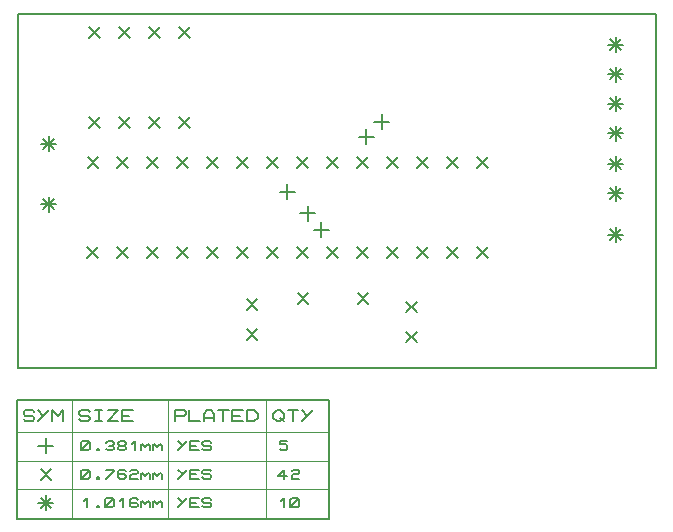
<source format=gbr>
G04 PROTEUS RS274X GERBER FILE*
%FSLAX45Y45*%
%MOMM*%
G01*
%ADD20C,0.203200*%
%ADD30C,0.127000*%
%ADD21C,0.063500*%
%TD.AperFunction*%
D20*
X-8910265Y+10368287D02*
X-8910265Y+10241287D01*
X-8973765Y+10304787D02*
X-8846765Y+10304787D01*
X-8734628Y+10185893D02*
X-8734628Y+10058893D01*
X-8798128Y+10122393D02*
X-8671128Y+10122393D01*
X-8623068Y+10046644D02*
X-8623068Y+9919644D01*
X-8686568Y+9983144D02*
X-8559568Y+9983144D01*
X-8242142Y+10834543D02*
X-8242142Y+10707543D01*
X-8305642Y+10771043D02*
X-8178642Y+10771043D01*
X-8108265Y+10960148D02*
X-8108265Y+10833148D01*
X-8171765Y+10896648D02*
X-8044765Y+10896648D01*
X-10602901Y+9832901D02*
X-10513099Y+9743099D01*
X-10602901Y+9743099D02*
X-10513099Y+9832901D01*
X-10348901Y+9832901D02*
X-10259099Y+9743099D01*
X-10348901Y+9743099D02*
X-10259099Y+9832901D01*
X-10094901Y+9832901D02*
X-10005099Y+9743099D01*
X-10094901Y+9743099D02*
X-10005099Y+9832901D01*
X-9840901Y+9832901D02*
X-9751099Y+9743099D01*
X-9840901Y+9743099D02*
X-9751099Y+9832901D01*
X-9586901Y+9832901D02*
X-9497099Y+9743099D01*
X-9586901Y+9743099D02*
X-9497099Y+9832901D01*
X-9332901Y+9832901D02*
X-9243099Y+9743099D01*
X-9332901Y+9743099D02*
X-9243099Y+9832901D01*
X-9078901Y+9832901D02*
X-8989099Y+9743099D01*
X-9078901Y+9743099D02*
X-8989099Y+9832901D01*
X-8824901Y+9832901D02*
X-8735099Y+9743099D01*
X-8824901Y+9743099D02*
X-8735099Y+9832901D01*
X-8570901Y+9832901D02*
X-8481099Y+9743099D01*
X-8570901Y+9743099D02*
X-8481099Y+9832901D01*
X-8316901Y+9832901D02*
X-8227099Y+9743099D01*
X-8316901Y+9743099D02*
X-8227099Y+9832901D01*
X-8062901Y+9832901D02*
X-7973099Y+9743099D01*
X-8062901Y+9743099D02*
X-7973099Y+9832901D01*
X-7808901Y+9832901D02*
X-7719099Y+9743099D01*
X-7808901Y+9743099D02*
X-7719099Y+9832901D01*
X-7554901Y+9832901D02*
X-7465099Y+9743099D01*
X-7554901Y+9743099D02*
X-7465099Y+9832901D01*
X-7300901Y+9832901D02*
X-7211099Y+9743099D01*
X-7300901Y+9743099D02*
X-7211099Y+9832901D01*
X-7300901Y+10594901D02*
X-7211099Y+10505099D01*
X-7300901Y+10505099D02*
X-7211099Y+10594901D01*
X-7554901Y+10594901D02*
X-7465099Y+10505099D01*
X-7554901Y+10505099D02*
X-7465099Y+10594901D01*
X-7808901Y+10594901D02*
X-7719099Y+10505099D01*
X-7808901Y+10505099D02*
X-7719099Y+10594901D01*
X-8062901Y+10594901D02*
X-7973099Y+10505099D01*
X-8062901Y+10505099D02*
X-7973099Y+10594901D01*
X-8316901Y+10594901D02*
X-8227099Y+10505099D01*
X-8316901Y+10505099D02*
X-8227099Y+10594901D01*
X-8570901Y+10594901D02*
X-8481099Y+10505099D01*
X-8570901Y+10505099D02*
X-8481099Y+10594901D01*
X-8824901Y+10594901D02*
X-8735099Y+10505099D01*
X-8824901Y+10505099D02*
X-8735099Y+10594901D01*
X-9078901Y+10594901D02*
X-8989099Y+10505099D01*
X-9078901Y+10505099D02*
X-8989099Y+10594901D01*
X-9332901Y+10594901D02*
X-9243099Y+10505099D01*
X-9332901Y+10505099D02*
X-9243099Y+10594901D01*
X-9586901Y+10594901D02*
X-9497099Y+10505099D01*
X-9586901Y+10505099D02*
X-9497099Y+10594901D01*
X-9840901Y+10594901D02*
X-9751099Y+10505099D01*
X-9840901Y+10505099D02*
X-9751099Y+10594901D01*
X-10094901Y+10594901D02*
X-10005099Y+10505099D01*
X-10094901Y+10505099D02*
X-10005099Y+10594901D01*
X-10348901Y+10594901D02*
X-10259099Y+10505099D01*
X-10348901Y+10505099D02*
X-10259099Y+10594901D01*
X-10600901Y+10594901D02*
X-10511099Y+10505099D01*
X-10600901Y+10505099D02*
X-10511099Y+10594901D01*
X-10584901Y+10934901D02*
X-10495099Y+10845099D01*
X-10584901Y+10845099D02*
X-10495099Y+10934901D01*
X-10330901Y+10934901D02*
X-10241099Y+10845099D01*
X-10330901Y+10845099D02*
X-10241099Y+10934901D01*
X-10076901Y+10934901D02*
X-9987099Y+10845099D01*
X-10076901Y+10845099D02*
X-9987099Y+10934901D01*
X-9822901Y+10934901D02*
X-9733099Y+10845099D01*
X-9822901Y+10845099D02*
X-9733099Y+10934901D01*
X-9822901Y+11696901D02*
X-9733099Y+11607099D01*
X-9822901Y+11607099D02*
X-9733099Y+11696901D01*
X-10076901Y+11696901D02*
X-9987099Y+11607099D01*
X-10076901Y+11607099D02*
X-9987099Y+11696901D01*
X-10330901Y+11696901D02*
X-10241099Y+11607099D01*
X-10330901Y+11607099D02*
X-10241099Y+11696901D01*
X-10584901Y+11696901D02*
X-10495099Y+11607099D01*
X-10584901Y+11607099D02*
X-10495099Y+11696901D01*
X-6130000Y+10353500D02*
X-6130000Y+10226500D01*
X-6193500Y+10290000D02*
X-6066500Y+10290000D01*
X-6174901Y+10334901D02*
X-6085099Y+10245099D01*
X-6174901Y+10245099D02*
X-6085099Y+10334901D01*
X-6130000Y+10603500D02*
X-6130000Y+10476500D01*
X-6193500Y+10540000D02*
X-6066500Y+10540000D01*
X-6174901Y+10584901D02*
X-6085099Y+10495099D01*
X-6174901Y+10495099D02*
X-6085099Y+10584901D01*
X-6130000Y+10863500D02*
X-6130000Y+10736500D01*
X-6193500Y+10800000D02*
X-6066500Y+10800000D01*
X-6174901Y+10844901D02*
X-6085099Y+10755099D01*
X-6174901Y+10755099D02*
X-6085099Y+10844901D01*
X-6130000Y+11113500D02*
X-6130000Y+10986500D01*
X-6193500Y+11050000D02*
X-6066500Y+11050000D01*
X-6174901Y+11094901D02*
X-6085099Y+11005099D01*
X-6174901Y+11005099D02*
X-6085099Y+11094901D01*
X-10930000Y+10263500D02*
X-10930000Y+10136500D01*
X-10993500Y+10200000D02*
X-10866500Y+10200000D01*
X-10974901Y+10244901D02*
X-10885099Y+10155099D01*
X-10974901Y+10155099D02*
X-10885099Y+10244901D01*
X-10930000Y+10773500D02*
X-10930000Y+10646500D01*
X-10993500Y+10710000D02*
X-10866500Y+10710000D01*
X-10974901Y+10754901D02*
X-10885099Y+10665099D01*
X-10974901Y+10665099D02*
X-10885099Y+10754901D01*
X-6130000Y+11363500D02*
X-6130000Y+11236500D01*
X-6193500Y+11300000D02*
X-6066500Y+11300000D01*
X-6174901Y+11344901D02*
X-6085099Y+11255099D01*
X-6174901Y+11255099D02*
X-6085099Y+11344901D01*
X-6130000Y+11613500D02*
X-6130000Y+11486500D01*
X-6193500Y+11550000D02*
X-6066500Y+11550000D01*
X-6174901Y+11594901D02*
X-6085099Y+11505099D01*
X-6174901Y+11505099D02*
X-6085099Y+11594901D01*
X-6130000Y+10003500D02*
X-6130000Y+9876500D01*
X-6193500Y+9940000D02*
X-6066500Y+9940000D01*
X-6174901Y+9984901D02*
X-6085099Y+9895099D01*
X-6174901Y+9895099D02*
X-6085099Y+9984901D01*
X-6130000Y+10353500D02*
X-6130000Y+10226500D01*
X-6193500Y+10290000D02*
X-6066500Y+10290000D01*
X-6174901Y+10334901D02*
X-6085099Y+10245099D01*
X-6174901Y+10245099D02*
X-6085099Y+10334901D01*
X-8314901Y+9444901D02*
X-8225099Y+9355099D01*
X-8314901Y+9355099D02*
X-8225099Y+9444901D01*
X-8822901Y+9444901D02*
X-8733099Y+9355099D01*
X-8822901Y+9355099D02*
X-8733099Y+9444901D01*
X-7904901Y+9120901D02*
X-7815099Y+9031099D01*
X-7904901Y+9031099D02*
X-7815099Y+9120901D01*
X-7904901Y+9374901D02*
X-7815099Y+9285099D01*
X-7904901Y+9285099D02*
X-7815099Y+9374901D01*
X-9254901Y+9140901D02*
X-9165099Y+9051099D01*
X-9254901Y+9051099D02*
X-9165099Y+9140901D01*
X-9254901Y+9394901D02*
X-9165099Y+9305099D01*
X-9254901Y+9305099D02*
X-9165099Y+9394901D01*
X-11190000Y+8810000D02*
X-5790000Y+8810000D01*
X-5790000Y+11810000D01*
X-11190000Y+11810000D01*
X-11190000Y+8810000D01*
D30*
X-11200160Y+7536986D02*
X-8556020Y+7536986D01*
X-8556020Y+8540286D01*
X-11200160Y+8540286D01*
X-11200160Y+7536986D01*
D21*
X-10732798Y+8540286D02*
X-10732798Y+7536986D01*
X-9919998Y+8540286D02*
X-9919998Y+7536986D01*
X-9086878Y+8540286D02*
X-9086878Y+7536986D01*
X-11200160Y+8267236D02*
X-8556020Y+8267236D01*
X-11200160Y+8025936D02*
X-8556020Y+8025936D01*
X-11200160Y+7784636D02*
X-8556020Y+7784636D01*
D30*
X-11143010Y+8376456D02*
X-11127770Y+8361216D01*
X-11066810Y+8361216D01*
X-11051570Y+8376456D01*
X-11051570Y+8391696D01*
X-11066810Y+8406936D01*
X-11127770Y+8406936D01*
X-11143010Y+8422176D01*
X-11143010Y+8437416D01*
X-11127770Y+8452656D01*
X-11066810Y+8452656D01*
X-11051570Y+8437416D01*
X-10929650Y+8452656D02*
X-11021090Y+8361216D01*
X-11021090Y+8452656D02*
X-10975370Y+8406936D01*
X-10899170Y+8361216D02*
X-10899170Y+8452656D01*
X-10853450Y+8406936D01*
X-10807730Y+8452656D01*
X-10807730Y+8361216D01*
X-10675650Y+8376456D02*
X-10660410Y+8361216D01*
X-10599450Y+8361216D01*
X-10584210Y+8376456D01*
X-10584210Y+8391696D01*
X-10599450Y+8406936D01*
X-10660410Y+8406936D01*
X-10675650Y+8422176D01*
X-10675650Y+8437416D01*
X-10660410Y+8452656D01*
X-10599450Y+8452656D01*
X-10584210Y+8437416D01*
X-10538490Y+8452656D02*
X-10477530Y+8452656D01*
X-10508010Y+8452656D02*
X-10508010Y+8361216D01*
X-10538490Y+8361216D02*
X-10477530Y+8361216D01*
X-10431810Y+8452656D02*
X-10340370Y+8452656D01*
X-10431810Y+8361216D01*
X-10340370Y+8361216D01*
X-10218450Y+8361216D02*
X-10309890Y+8361216D01*
X-10309890Y+8452656D01*
X-10218450Y+8452656D01*
X-10309890Y+8406936D02*
X-10248930Y+8406936D01*
X-9862850Y+8361216D02*
X-9862850Y+8452656D01*
X-9786650Y+8452656D01*
X-9771410Y+8437416D01*
X-9771410Y+8422176D01*
X-9786650Y+8406936D01*
X-9862850Y+8406936D01*
X-9740930Y+8452656D02*
X-9740930Y+8361216D01*
X-9649490Y+8361216D01*
X-9619010Y+8361216D02*
X-9619010Y+8422176D01*
X-9588530Y+8452656D01*
X-9558050Y+8452656D01*
X-9527570Y+8422176D01*
X-9527570Y+8361216D01*
X-9619010Y+8391696D02*
X-9527570Y+8391696D01*
X-9497090Y+8452656D02*
X-9405650Y+8452656D01*
X-9451370Y+8452656D02*
X-9451370Y+8361216D01*
X-9283730Y+8361216D02*
X-9375170Y+8361216D01*
X-9375170Y+8452656D01*
X-9283730Y+8452656D01*
X-9375170Y+8406936D02*
X-9314210Y+8406936D01*
X-9253250Y+8361216D02*
X-9253250Y+8452656D01*
X-9192290Y+8452656D01*
X-9161810Y+8422176D01*
X-9161810Y+8391696D01*
X-9192290Y+8361216D01*
X-9253250Y+8361216D01*
X-9029730Y+8422176D02*
X-8999250Y+8452656D01*
X-8968770Y+8452656D01*
X-8938290Y+8422176D01*
X-8938290Y+8391696D01*
X-8968770Y+8361216D01*
X-8999250Y+8361216D01*
X-9029730Y+8391696D01*
X-9029730Y+8422176D01*
X-8968770Y+8391696D02*
X-8938290Y+8361216D01*
X-8907810Y+8452656D02*
X-8816370Y+8452656D01*
X-8862090Y+8452656D02*
X-8862090Y+8361216D01*
X-8694450Y+8452656D02*
X-8785890Y+8361216D01*
X-8785890Y+8452656D02*
X-8740170Y+8406936D01*
D20*
X-10953780Y+8216436D02*
X-10953780Y+8089436D01*
X-11017280Y+8152936D02*
X-10890280Y+8152936D01*
D30*
X-10656600Y+8127536D02*
X-10656600Y+8178336D01*
X-10643900Y+8191036D01*
X-10593100Y+8191036D01*
X-10580400Y+8178336D01*
X-10580400Y+8127536D01*
X-10593100Y+8114836D01*
X-10643900Y+8114836D01*
X-10656600Y+8127536D01*
X-10656600Y+8114836D02*
X-10580400Y+8191036D01*
X-10516900Y+8127536D02*
X-10504200Y+8127536D01*
X-10504200Y+8114836D01*
X-10516900Y+8114836D01*
X-10516900Y+8127536D01*
X-10440700Y+8178336D02*
X-10428000Y+8191036D01*
X-10389900Y+8191036D01*
X-10377200Y+8178336D01*
X-10377200Y+8165636D01*
X-10389900Y+8152936D01*
X-10377200Y+8140236D01*
X-10377200Y+8127536D01*
X-10389900Y+8114836D01*
X-10428000Y+8114836D01*
X-10440700Y+8127536D01*
X-10415300Y+8152936D02*
X-10389900Y+8152936D01*
X-10326400Y+8152936D02*
X-10339100Y+8165636D01*
X-10339100Y+8178336D01*
X-10326400Y+8191036D01*
X-10288300Y+8191036D01*
X-10275600Y+8178336D01*
X-10275600Y+8165636D01*
X-10288300Y+8152936D01*
X-10326400Y+8152936D01*
X-10339100Y+8140236D01*
X-10339100Y+8127536D01*
X-10326400Y+8114836D01*
X-10288300Y+8114836D01*
X-10275600Y+8127536D01*
X-10275600Y+8140236D01*
X-10288300Y+8152936D01*
X-10224800Y+8165636D02*
X-10199400Y+8191036D01*
X-10199400Y+8114836D01*
X-10148600Y+8114836D02*
X-10148600Y+8165636D01*
X-10148600Y+8152936D02*
X-10135900Y+8165636D01*
X-10110500Y+8140236D01*
X-10085100Y+8165636D01*
X-10072400Y+8152936D01*
X-10072400Y+8114836D01*
X-10047000Y+8114836D02*
X-10047000Y+8165636D01*
X-10047000Y+8152936D02*
X-10034300Y+8165636D01*
X-10008900Y+8140236D01*
X-9983500Y+8165636D01*
X-9970800Y+8152936D01*
X-9970800Y+8114836D01*
X-9754900Y+8191036D02*
X-9831100Y+8114836D01*
X-9831100Y+8191036D02*
X-9793000Y+8152936D01*
X-9653300Y+8114836D02*
X-9729500Y+8114836D01*
X-9729500Y+8191036D01*
X-9653300Y+8191036D01*
X-9729500Y+8152936D02*
X-9678700Y+8152936D01*
X-9627900Y+8127536D02*
X-9615200Y+8114836D01*
X-9564400Y+8114836D01*
X-9551700Y+8127536D01*
X-9551700Y+8140236D01*
X-9564400Y+8152936D01*
X-9615200Y+8152936D01*
X-9627900Y+8165636D01*
X-9627900Y+8178336D01*
X-9615200Y+8191036D01*
X-9564400Y+8191036D01*
X-9551700Y+8178336D01*
X-8909080Y+8191036D02*
X-8972580Y+8191036D01*
X-8972580Y+8165636D01*
X-8921780Y+8165636D01*
X-8909080Y+8152936D01*
X-8909080Y+8127536D01*
X-8921780Y+8114836D01*
X-8959880Y+8114836D01*
X-8972580Y+8127536D01*
D20*
X-10998681Y+7956537D02*
X-10908879Y+7866735D01*
X-10998681Y+7866735D02*
X-10908879Y+7956537D01*
D30*
X-10656600Y+7886236D02*
X-10656600Y+7937036D01*
X-10643900Y+7949736D01*
X-10593100Y+7949736D01*
X-10580400Y+7937036D01*
X-10580400Y+7886236D01*
X-10593100Y+7873536D01*
X-10643900Y+7873536D01*
X-10656600Y+7886236D01*
X-10656600Y+7873536D02*
X-10580400Y+7949736D01*
X-10516900Y+7886236D02*
X-10504200Y+7886236D01*
X-10504200Y+7873536D01*
X-10516900Y+7873536D01*
X-10516900Y+7886236D01*
X-10440700Y+7949736D02*
X-10377200Y+7949736D01*
X-10377200Y+7937036D01*
X-10440700Y+7873536D01*
X-10275600Y+7937036D02*
X-10288300Y+7949736D01*
X-10326400Y+7949736D01*
X-10339100Y+7937036D01*
X-10339100Y+7886236D01*
X-10326400Y+7873536D01*
X-10288300Y+7873536D01*
X-10275600Y+7886236D01*
X-10275600Y+7898936D01*
X-10288300Y+7911636D01*
X-10339100Y+7911636D01*
X-10237500Y+7937036D02*
X-10224800Y+7949736D01*
X-10186700Y+7949736D01*
X-10174000Y+7937036D01*
X-10174000Y+7924336D01*
X-10186700Y+7911636D01*
X-10224800Y+7911636D01*
X-10237500Y+7898936D01*
X-10237500Y+7873536D01*
X-10174000Y+7873536D01*
X-10148600Y+7873536D02*
X-10148600Y+7924336D01*
X-10148600Y+7911636D02*
X-10135900Y+7924336D01*
X-10110500Y+7898936D01*
X-10085100Y+7924336D01*
X-10072400Y+7911636D01*
X-10072400Y+7873536D01*
X-10047000Y+7873536D02*
X-10047000Y+7924336D01*
X-10047000Y+7911636D02*
X-10034300Y+7924336D01*
X-10008900Y+7898936D01*
X-9983500Y+7924336D01*
X-9970800Y+7911636D01*
X-9970800Y+7873536D01*
X-9754900Y+7949736D02*
X-9831100Y+7873536D01*
X-9831100Y+7949736D02*
X-9793000Y+7911636D01*
X-9653300Y+7873536D02*
X-9729500Y+7873536D01*
X-9729500Y+7949736D01*
X-9653300Y+7949736D01*
X-9729500Y+7911636D02*
X-9678700Y+7911636D01*
X-9627900Y+7886236D02*
X-9615200Y+7873536D01*
X-9564400Y+7873536D01*
X-9551700Y+7886236D01*
X-9551700Y+7898936D01*
X-9564400Y+7911636D01*
X-9615200Y+7911636D01*
X-9627900Y+7924336D01*
X-9627900Y+7937036D01*
X-9615200Y+7949736D01*
X-9564400Y+7949736D01*
X-9551700Y+7937036D01*
X-8909080Y+7898936D02*
X-8985280Y+7898936D01*
X-8934480Y+7949736D01*
X-8934480Y+7873536D01*
X-8870980Y+7937036D02*
X-8858280Y+7949736D01*
X-8820180Y+7949736D01*
X-8807480Y+7937036D01*
X-8807480Y+7924336D01*
X-8820180Y+7911636D01*
X-8858280Y+7911636D01*
X-8870980Y+7898936D01*
X-8870980Y+7873536D01*
X-8807480Y+7873536D01*
D20*
X-10953780Y+7733836D02*
X-10953780Y+7606836D01*
X-11017280Y+7670336D02*
X-10890280Y+7670336D01*
X-10998681Y+7715237D02*
X-10908879Y+7625435D01*
X-10998681Y+7625435D02*
X-10908879Y+7715237D01*
D30*
X-10631200Y+7683036D02*
X-10605800Y+7708436D01*
X-10605800Y+7632236D01*
X-10516900Y+7644936D02*
X-10504200Y+7644936D01*
X-10504200Y+7632236D01*
X-10516900Y+7632236D01*
X-10516900Y+7644936D01*
X-10453400Y+7644936D02*
X-10453400Y+7695736D01*
X-10440700Y+7708436D01*
X-10389900Y+7708436D01*
X-10377200Y+7695736D01*
X-10377200Y+7644936D01*
X-10389900Y+7632236D01*
X-10440700Y+7632236D01*
X-10453400Y+7644936D01*
X-10453400Y+7632236D02*
X-10377200Y+7708436D01*
X-10326400Y+7683036D02*
X-10301000Y+7708436D01*
X-10301000Y+7632236D01*
X-10174000Y+7695736D02*
X-10186700Y+7708436D01*
X-10224800Y+7708436D01*
X-10237500Y+7695736D01*
X-10237500Y+7644936D01*
X-10224800Y+7632236D01*
X-10186700Y+7632236D01*
X-10174000Y+7644936D01*
X-10174000Y+7657636D01*
X-10186700Y+7670336D01*
X-10237500Y+7670336D01*
X-10148600Y+7632236D02*
X-10148600Y+7683036D01*
X-10148600Y+7670336D02*
X-10135900Y+7683036D01*
X-10110500Y+7657636D01*
X-10085100Y+7683036D01*
X-10072400Y+7670336D01*
X-10072400Y+7632236D01*
X-10047000Y+7632236D02*
X-10047000Y+7683036D01*
X-10047000Y+7670336D02*
X-10034300Y+7683036D01*
X-10008900Y+7657636D01*
X-9983500Y+7683036D01*
X-9970800Y+7670336D01*
X-9970800Y+7632236D01*
X-9754900Y+7708436D02*
X-9831100Y+7632236D01*
X-9831100Y+7708436D02*
X-9793000Y+7670336D01*
X-9653300Y+7632236D02*
X-9729500Y+7632236D01*
X-9729500Y+7708436D01*
X-9653300Y+7708436D01*
X-9729500Y+7670336D02*
X-9678700Y+7670336D01*
X-9627900Y+7644936D02*
X-9615200Y+7632236D01*
X-9564400Y+7632236D01*
X-9551700Y+7644936D01*
X-9551700Y+7657636D01*
X-9564400Y+7670336D01*
X-9615200Y+7670336D01*
X-9627900Y+7683036D01*
X-9627900Y+7695736D01*
X-9615200Y+7708436D01*
X-9564400Y+7708436D01*
X-9551700Y+7695736D01*
X-8959880Y+7683036D02*
X-8934480Y+7708436D01*
X-8934480Y+7632236D01*
X-8883680Y+7644936D02*
X-8883680Y+7695736D01*
X-8870980Y+7708436D01*
X-8820180Y+7708436D01*
X-8807480Y+7695736D01*
X-8807480Y+7644936D01*
X-8820180Y+7632236D01*
X-8870980Y+7632236D01*
X-8883680Y+7644936D01*
X-8883680Y+7632236D02*
X-8807480Y+7708436D01*
M02*

</source>
